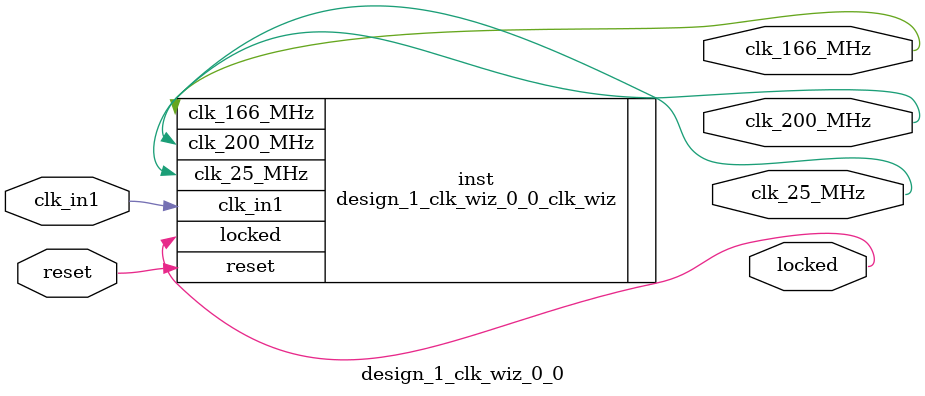
<source format=v>


`timescale 1ps/1ps

(* CORE_GENERATION_INFO = "design_1_clk_wiz_0_0,clk_wiz_v6_0_9_0_0,{component_name=design_1_clk_wiz_0_0,use_phase_alignment=true,use_min_o_jitter=false,use_max_i_jitter=false,use_dyn_phase_shift=false,use_inclk_switchover=false,use_dyn_reconfig=false,enable_axi=0,feedback_source=FDBK_AUTO,PRIMITIVE=MMCM,num_out_clk=3,clkin1_period=10.000,clkin2_period=10.000,use_power_down=false,use_reset=true,use_locked=true,use_inclk_stopped=false,feedback_type=SINGLE,CLOCK_MGR_TYPE=NA,manual_override=false}" *)

module design_1_clk_wiz_0_0 
 (
  // Clock out ports
  output        clk_166_MHz,
  output        clk_200_MHz,
  output        clk_25_MHz,
  // Status and control signals
  input         reset,
  output        locked,
 // Clock in ports
  input         clk_in1
 );

  design_1_clk_wiz_0_0_clk_wiz inst
  (
  // Clock out ports  
  .clk_166_MHz(clk_166_MHz),
  .clk_200_MHz(clk_200_MHz),
  .clk_25_MHz(clk_25_MHz),
  // Status and control signals               
  .reset(reset), 
  .locked(locked),
 // Clock in ports
  .clk_in1(clk_in1)
  );

endmodule

</source>
